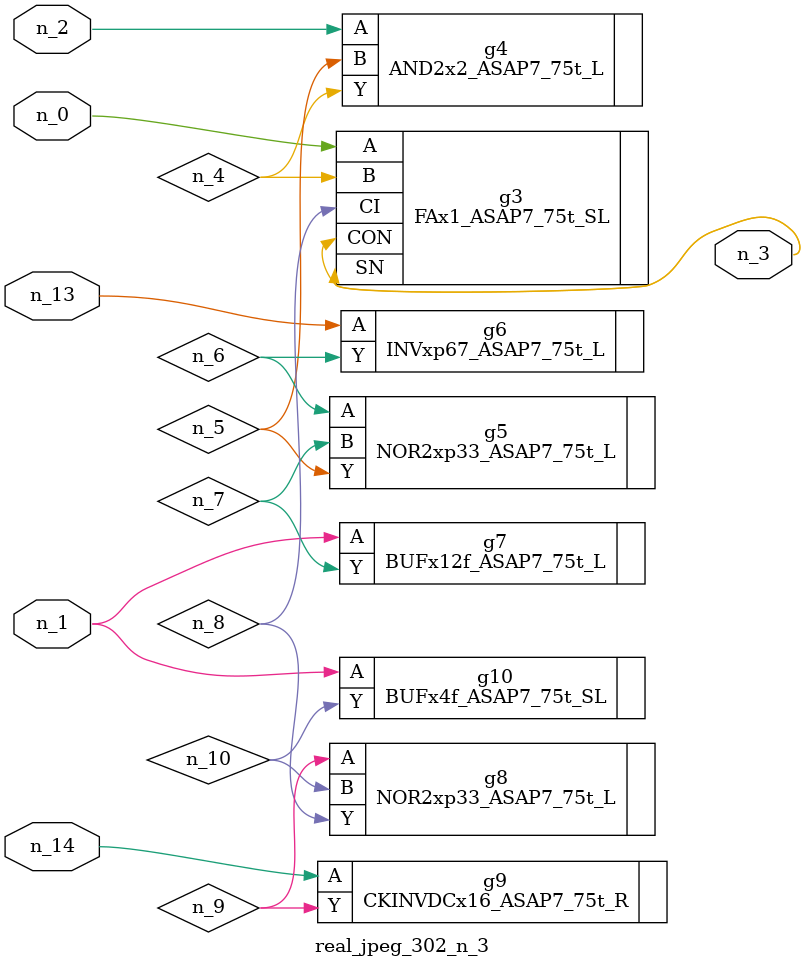
<source format=v>
module real_jpeg_302_n_3 (n_0, n_1, n_14, n_2, n_13, n_3);

input n_0;
input n_1;
input n_14;
input n_2;
input n_13;

output n_3;

wire n_5;
wire n_8;
wire n_4;
wire n_6;
wire n_7;
wire n_10;
wire n_9;

FAx1_ASAP7_75t_SL g3 ( 
.A(n_0),
.B(n_4),
.CI(n_8),
.CON(n_3),
.SN(n_3)
);

BUFx12f_ASAP7_75t_L g7 ( 
.A(n_1),
.Y(n_7)
);

BUFx4f_ASAP7_75t_SL g10 ( 
.A(n_1),
.Y(n_10)
);

AND2x2_ASAP7_75t_L g4 ( 
.A(n_2),
.B(n_5),
.Y(n_4)
);

NOR2xp33_ASAP7_75t_L g5 ( 
.A(n_6),
.B(n_7),
.Y(n_5)
);

NOR2xp33_ASAP7_75t_L g8 ( 
.A(n_9),
.B(n_10),
.Y(n_8)
);

INVxp67_ASAP7_75t_L g6 ( 
.A(n_13),
.Y(n_6)
);

CKINVDCx16_ASAP7_75t_R g9 ( 
.A(n_14),
.Y(n_9)
);


endmodule
</source>
